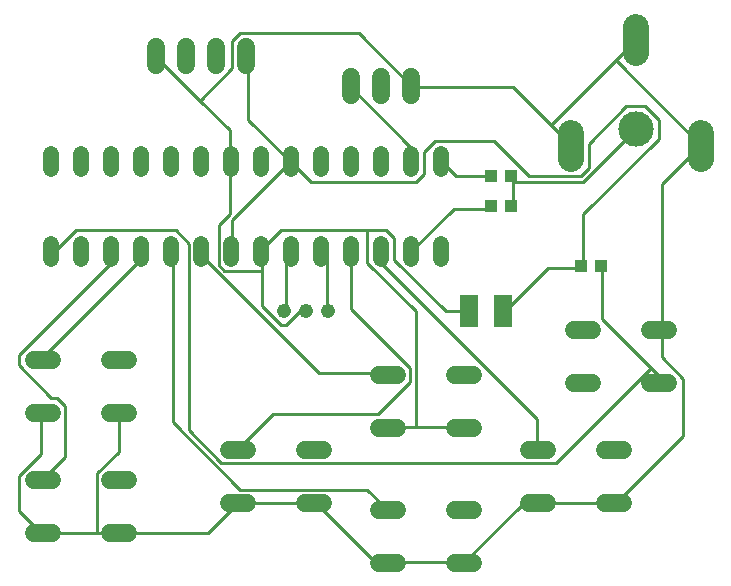
<source format=gbr>
G75*
%MOIN*%
%OFA0B0*%
%FSLAX24Y24*%
%IPPOS*%
%LPD*%
%AMOC8*
5,1,8,0,0,1.08239X$1,22.5*
%
%ADD10R,0.0630X0.1063*%
%ADD11C,0.0600*%
%ADD12C,0.0476*%
%ADD13R,0.0394X0.0433*%
%ADD14C,0.0520*%
%ADD15C,0.0866*%
%ADD16C,0.1181*%
%ADD17C,0.0100*%
D10*
X022049Y018100D03*
X023151Y018100D03*
D11*
X008120Y010710D02*
X007520Y010710D01*
X007520Y012490D02*
X008120Y012490D01*
X010080Y012490D02*
X010680Y012490D01*
X010680Y010710D02*
X010080Y010710D01*
X014020Y011710D02*
X014620Y011710D01*
X016580Y011710D02*
X017180Y011710D01*
X019020Y011490D02*
X019620Y011490D01*
X021580Y011490D02*
X022180Y011490D01*
X024020Y011710D02*
X024620Y011710D01*
X026580Y011710D02*
X027180Y011710D01*
X027180Y013490D02*
X026580Y013490D01*
X024620Y013490D02*
X024020Y013490D01*
X022180Y014210D02*
X021580Y014210D01*
X019620Y014210D02*
X019020Y014210D01*
X017180Y013490D02*
X016580Y013490D01*
X014620Y013490D02*
X014020Y013490D01*
X010680Y014710D02*
X010080Y014710D01*
X008120Y014710D02*
X007520Y014710D01*
X007520Y016490D02*
X008120Y016490D01*
X010080Y016490D02*
X010680Y016490D01*
X019020Y015990D02*
X019620Y015990D01*
X021580Y015990D02*
X022180Y015990D01*
X025520Y015710D02*
X026120Y015710D01*
X028080Y015710D02*
X028680Y015710D01*
X028680Y017490D02*
X028080Y017490D01*
X026120Y017490D02*
X025520Y017490D01*
X020100Y025300D02*
X020100Y025900D01*
X019100Y025900D02*
X019100Y025300D01*
X018100Y025300D02*
X018100Y025900D01*
X014600Y026300D02*
X014600Y026900D01*
X013600Y026900D02*
X013600Y026300D01*
X012600Y026300D02*
X012600Y026900D01*
X011600Y026900D02*
X011600Y026300D01*
X019020Y009710D02*
X019620Y009710D01*
X021580Y009710D02*
X022180Y009710D01*
D12*
X017338Y018100D03*
X016589Y018100D03*
X015862Y018100D03*
D13*
X022765Y021600D03*
X023435Y021600D03*
X023435Y022600D03*
X022765Y022600D03*
X025765Y019600D03*
X026435Y019600D03*
D14*
X021100Y019840D02*
X021100Y020360D01*
X020100Y020360D02*
X020100Y019840D01*
X019100Y019840D02*
X019100Y020360D01*
X018100Y020360D02*
X018100Y019840D01*
X017100Y019840D02*
X017100Y020360D01*
X016100Y020360D02*
X016100Y019840D01*
X015100Y019840D02*
X015100Y020360D01*
X014100Y020360D02*
X014100Y019840D01*
X013100Y019840D02*
X013100Y020360D01*
X012100Y020360D02*
X012100Y019840D01*
X011100Y019840D02*
X011100Y020360D01*
X010100Y020360D02*
X010100Y019840D01*
X009100Y019840D02*
X009100Y020360D01*
X008100Y020360D02*
X008100Y019840D01*
X008100Y022840D02*
X008100Y023360D01*
X009100Y023360D02*
X009100Y022840D01*
X010100Y022840D02*
X010100Y023360D01*
X011100Y023360D02*
X011100Y022840D01*
X012100Y022840D02*
X012100Y023360D01*
X013100Y023360D02*
X013100Y022840D01*
X014100Y022840D02*
X014100Y023360D01*
X015100Y023360D02*
X015100Y022840D01*
X016100Y022840D02*
X016100Y023360D01*
X017100Y023360D02*
X017100Y022840D01*
X018100Y022840D02*
X018100Y023360D01*
X019100Y023360D02*
X019100Y022840D01*
X020100Y022840D02*
X020100Y023360D01*
X021100Y023360D02*
X021100Y022840D01*
D15*
X025435Y023167D02*
X025435Y024033D01*
X027600Y026710D02*
X027600Y027576D01*
X029765Y024033D02*
X029765Y023167D01*
D16*
X027600Y024191D03*
D17*
X027550Y024130D01*
X025840Y022420D01*
X023500Y022420D01*
X023435Y022600D01*
X023500Y022600D01*
X023500Y022420D01*
X023500Y021610D01*
X023435Y021600D01*
X022765Y021600D02*
X022690Y021520D01*
X021520Y021520D01*
X020100Y020100D01*
X019540Y019810D02*
X019540Y020530D01*
X019270Y020800D01*
X018640Y020800D01*
X018640Y019720D01*
X020260Y018100D01*
X020260Y014230D01*
X019360Y014230D01*
X019320Y014210D01*
X019000Y014680D02*
X015490Y014680D01*
X014320Y013510D01*
X014320Y013490D01*
X013780Y013060D02*
X024940Y013060D01*
X028090Y016210D01*
X026470Y017830D01*
X026470Y019540D01*
X026435Y019600D01*
X025840Y019630D02*
X025765Y019600D01*
X025750Y019540D01*
X024670Y019540D01*
X023230Y018100D01*
X023151Y018100D01*
X022049Y018100D02*
X021250Y018100D01*
X019540Y019810D01*
X019180Y019630D02*
X024310Y014500D01*
X024310Y013510D01*
X024320Y013490D01*
X024320Y011710D02*
X023860Y011710D01*
X021880Y009730D01*
X021880Y009710D01*
X021880Y009730D02*
X019360Y009730D01*
X019320Y009710D01*
X019270Y009730D01*
X018910Y009730D01*
X016930Y011710D01*
X016880Y011710D01*
X014320Y011710D01*
X013330Y010720D01*
X010450Y010720D01*
X010380Y010710D01*
X010360Y010720D01*
X009640Y010720D01*
X009640Y012700D01*
X010360Y013420D01*
X010360Y014680D01*
X010380Y014710D01*
X012160Y014410D02*
X014410Y012160D01*
X018640Y012160D01*
X019270Y011530D01*
X019320Y011490D01*
X020260Y014230D02*
X021880Y014230D01*
X021880Y014210D01*
X020080Y015760D02*
X019000Y014680D01*
X020080Y015760D02*
X020080Y016210D01*
X018100Y018190D01*
X018100Y020100D01*
X017290Y019900D02*
X017110Y020080D01*
X017100Y020100D01*
X017290Y019900D02*
X017290Y018100D01*
X017338Y018100D01*
X016589Y018100D02*
X016390Y018100D01*
X015940Y017650D01*
X015760Y017650D01*
X015130Y018280D01*
X015130Y019450D01*
X013870Y019450D01*
X013690Y019630D01*
X013690Y020980D01*
X014050Y021340D01*
X014050Y023050D01*
X014100Y023100D01*
X014050Y023140D01*
X014050Y024130D01*
X013060Y025120D01*
X014140Y026200D01*
X014140Y027100D01*
X014410Y027370D01*
X018370Y027370D01*
X020080Y025660D01*
X020100Y025600D01*
X020170Y025570D01*
X023500Y025570D01*
X024760Y024310D01*
X026920Y026470D01*
X029710Y023680D01*
X029765Y023600D01*
X029710Y023590D01*
X028450Y022330D01*
X028450Y017560D01*
X028380Y017490D01*
X028450Y017470D01*
X028450Y016570D01*
X029170Y015850D01*
X029170Y013960D01*
X026920Y011710D01*
X026880Y011710D01*
X024320Y011710D01*
X028380Y015710D02*
X028360Y015760D01*
X028360Y015940D01*
X028090Y016210D01*
X025840Y019630D02*
X025840Y021340D01*
X028360Y023860D01*
X028360Y024490D01*
X027910Y024940D01*
X027280Y024940D01*
X026020Y023680D01*
X026020Y022870D01*
X025750Y022600D01*
X024040Y022600D01*
X022870Y023770D01*
X020890Y023770D01*
X020530Y023410D01*
X020530Y022690D01*
X020260Y022420D01*
X016750Y022420D01*
X016120Y023050D01*
X016100Y023100D01*
X016030Y023140D01*
X014680Y024490D01*
X014680Y026560D01*
X014600Y026600D01*
X013060Y025120D02*
X011620Y026560D01*
X011600Y026600D01*
X016030Y023050D02*
X016100Y023100D01*
X016030Y023050D02*
X014140Y021160D01*
X014140Y020170D01*
X014100Y020100D01*
X013150Y020080D02*
X013150Y019900D01*
X017020Y016030D01*
X019270Y016030D01*
X019320Y015990D01*
X015940Y018100D02*
X015862Y018100D01*
X015940Y018100D02*
X015940Y019990D01*
X016030Y020080D01*
X016100Y020100D01*
X015760Y020800D02*
X015130Y020170D01*
X015100Y020100D01*
X015130Y020080D01*
X015130Y019450D01*
X015760Y020800D02*
X018640Y020800D01*
X019100Y020100D02*
X019180Y020080D01*
X019180Y019630D01*
X021610Y022600D02*
X021160Y023050D01*
X021100Y023100D01*
X021610Y022600D02*
X022765Y022600D01*
X024760Y024310D02*
X025390Y023680D01*
X025435Y023600D01*
X026920Y026470D02*
X027550Y027100D01*
X027600Y027143D01*
X020080Y023590D02*
X020080Y023140D01*
X020100Y023100D01*
X020080Y023590D02*
X018100Y025570D01*
X018100Y025600D01*
X012700Y020350D02*
X012250Y020800D01*
X008920Y020800D01*
X008290Y020170D01*
X008110Y020170D01*
X008100Y020100D01*
X010090Y020080D02*
X010090Y019720D01*
X007030Y016660D01*
X007030Y016300D01*
X008110Y015220D01*
X008290Y015220D01*
X008560Y014950D01*
X008560Y013240D01*
X007840Y012520D01*
X007820Y012490D01*
X007030Y012610D02*
X007030Y011440D01*
X007750Y010720D01*
X007820Y010710D01*
X007840Y010720D01*
X009640Y010720D01*
X007030Y012610D02*
X007750Y013330D01*
X007750Y014680D01*
X007820Y014710D01*
X007820Y016490D02*
X007840Y016570D01*
X011080Y019810D01*
X011080Y020080D01*
X011100Y020100D01*
X012100Y020100D02*
X012160Y020080D01*
X012160Y014410D01*
X012700Y014140D02*
X013780Y013060D01*
X012700Y014140D02*
X012700Y020350D01*
X013100Y020100D02*
X013150Y020080D01*
X010100Y020100D02*
X010090Y020080D01*
M02*

</source>
